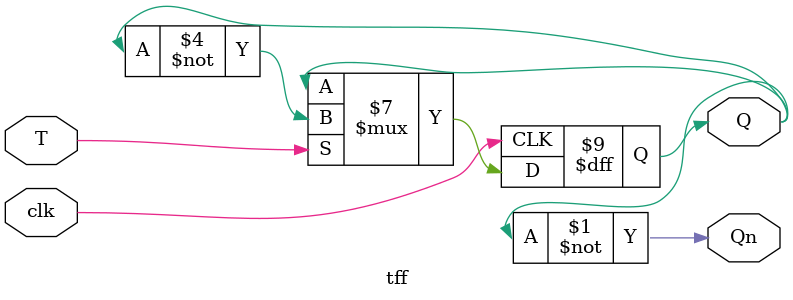
<source format=v>
`timescale 1ns / 1ps
module tff(Q, Qn, T, clk);
output reg Q;
output Qn;
input T, clk;
initial Q=0;
assign Qn=~Q;

always @(posedge clk)
begin
if(T==1)
    Q=~Q;
end
endmodule

</source>
